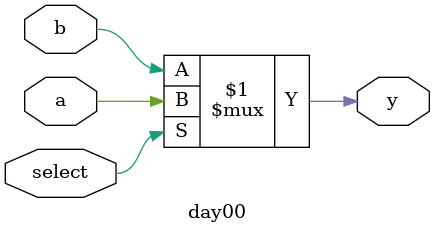
<source format=sv>
module day00 (
	input logic a,
	input logic b,
	input logic select,
	output logic y
);

	assign y = select ? a : b;

endmodule

</source>
